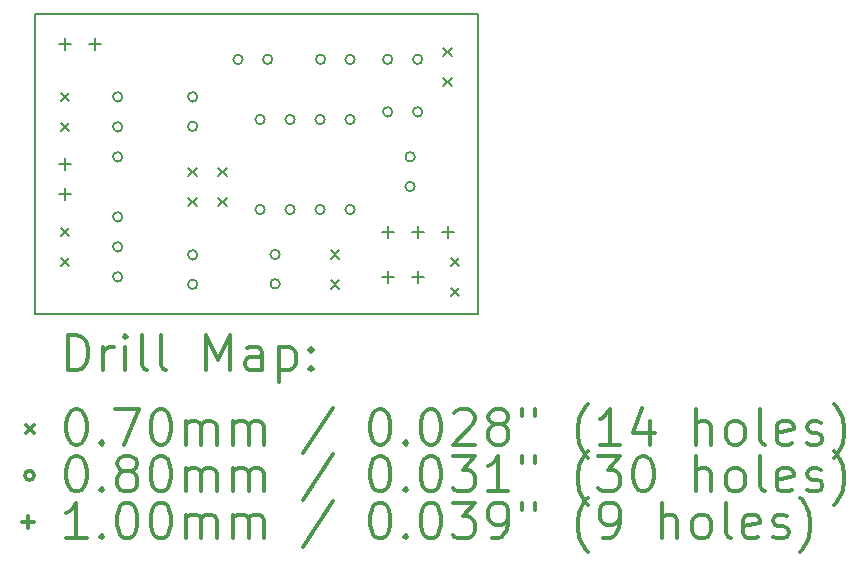
<source format=gbr>
%FSLAX45Y45*%
G04 Gerber Fmt 4.5, Leading zero omitted, Abs format (unit mm)*
G04 Created by KiCad (PCBNEW (5.0.2)-1) date 09/11/2019 14:29:26*
%MOMM*%
%LPD*%
G01*
G04 APERTURE LIST*
%ADD10C,0.150000*%
%ADD11C,0.200000*%
%ADD12C,0.300000*%
G04 APERTURE END LIST*
D10*
X13081000Y-7747000D02*
X13081000Y-10287000D01*
X16827500Y-7747000D02*
X13081000Y-7747000D01*
X16827500Y-10287000D02*
X16827500Y-7747000D01*
X13081000Y-10287000D02*
X16827500Y-10287000D01*
D11*
X16538500Y-8029500D02*
X16608500Y-8099500D01*
X16608500Y-8029500D02*
X16538500Y-8099500D01*
X16538500Y-8283500D02*
X16608500Y-8353500D01*
X16608500Y-8283500D02*
X16538500Y-8353500D01*
X16602000Y-9807500D02*
X16672000Y-9877500D01*
X16672000Y-9807500D02*
X16602000Y-9877500D01*
X16602000Y-10061500D02*
X16672000Y-10131500D01*
X16672000Y-10061500D02*
X16602000Y-10131500D01*
X15586000Y-9744000D02*
X15656000Y-9814000D01*
X15656000Y-9744000D02*
X15586000Y-9814000D01*
X15586000Y-9998000D02*
X15656000Y-10068000D01*
X15656000Y-9998000D02*
X15586000Y-10068000D01*
X14379500Y-9045500D02*
X14449500Y-9115500D01*
X14449500Y-9045500D02*
X14379500Y-9115500D01*
X14633500Y-9045500D02*
X14703500Y-9115500D01*
X14703500Y-9045500D02*
X14633500Y-9115500D01*
X14379500Y-9299500D02*
X14449500Y-9369500D01*
X14449500Y-9299500D02*
X14379500Y-9369500D01*
X14633500Y-9299500D02*
X14703500Y-9369500D01*
X14703500Y-9299500D02*
X14633500Y-9369500D01*
X13300000Y-9553500D02*
X13370000Y-9623500D01*
X13370000Y-9553500D02*
X13300000Y-9623500D01*
X13300000Y-9807500D02*
X13370000Y-9877500D01*
X13370000Y-9807500D02*
X13300000Y-9877500D01*
X13300000Y-8410500D02*
X13370000Y-8480500D01*
X13370000Y-8410500D02*
X13300000Y-8480500D01*
X13300000Y-8664500D02*
X13370000Y-8734500D01*
X13370000Y-8664500D02*
X13300000Y-8734500D01*
X16105500Y-8572500D02*
G75*
G03X16105500Y-8572500I-40000J0D01*
G01*
X16359500Y-8572500D02*
G75*
G03X16359500Y-8572500I-40000J0D01*
G01*
X16105500Y-8128000D02*
G75*
G03X16105500Y-8128000I-40000J0D01*
G01*
X16359500Y-8128000D02*
G75*
G03X16359500Y-8128000I-40000J0D01*
G01*
X13819500Y-9461500D02*
G75*
G03X13819500Y-9461500I-40000J0D01*
G01*
X13819500Y-9715500D02*
G75*
G03X13819500Y-9715500I-40000J0D01*
G01*
X13819500Y-9969500D02*
G75*
G03X13819500Y-9969500I-40000J0D01*
G01*
X13819500Y-8445500D02*
G75*
G03X13819500Y-8445500I-40000J0D01*
G01*
X13819500Y-8699500D02*
G75*
G03X13819500Y-8699500I-40000J0D01*
G01*
X13819500Y-8953500D02*
G75*
G03X13819500Y-8953500I-40000J0D01*
G01*
X15026000Y-8636000D02*
G75*
G03X15026000Y-8636000I-40000J0D01*
G01*
X15026000Y-9398000D02*
G75*
G03X15026000Y-9398000I-40000J0D01*
G01*
X15280000Y-8636000D02*
G75*
G03X15280000Y-8636000I-40000J0D01*
G01*
X15280000Y-9398000D02*
G75*
G03X15280000Y-9398000I-40000J0D01*
G01*
X15534000Y-8636000D02*
G75*
G03X15534000Y-8636000I-40000J0D01*
G01*
X15534000Y-9398000D02*
G75*
G03X15534000Y-9398000I-40000J0D01*
G01*
X15788000Y-8636000D02*
G75*
G03X15788000Y-8636000I-40000J0D01*
G01*
X15788000Y-9398000D02*
G75*
G03X15788000Y-9398000I-40000J0D01*
G01*
X14454500Y-9783000D02*
G75*
G03X14454500Y-9783000I-40000J0D01*
G01*
X14454500Y-10033000D02*
G75*
G03X14454500Y-10033000I-40000J0D01*
G01*
X14454500Y-8445500D02*
G75*
G03X14454500Y-8445500I-40000J0D01*
G01*
X14454500Y-8695500D02*
G75*
G03X14454500Y-8695500I-40000J0D01*
G01*
X15538000Y-8128000D02*
G75*
G03X15538000Y-8128000I-40000J0D01*
G01*
X15788000Y-8128000D02*
G75*
G03X15788000Y-8128000I-40000J0D01*
G01*
X15153000Y-9779000D02*
G75*
G03X15153000Y-9779000I-40000J0D01*
G01*
X15153000Y-10029000D02*
G75*
G03X15153000Y-10029000I-40000J0D01*
G01*
X16296000Y-8953500D02*
G75*
G03X16296000Y-8953500I-40000J0D01*
G01*
X16296000Y-9203500D02*
G75*
G03X16296000Y-9203500I-40000J0D01*
G01*
X14839500Y-8128000D02*
G75*
G03X14839500Y-8128000I-40000J0D01*
G01*
X15089500Y-8128000D02*
G75*
G03X15089500Y-8128000I-40000J0D01*
G01*
X13335000Y-7951000D02*
X13335000Y-8051000D01*
X13285000Y-8001000D02*
X13385000Y-8001000D01*
X13589000Y-7951000D02*
X13589000Y-8051000D01*
X13539000Y-8001000D02*
X13639000Y-8001000D01*
X13335000Y-8967000D02*
X13335000Y-9067000D01*
X13285000Y-9017000D02*
X13385000Y-9017000D01*
X13335000Y-9221000D02*
X13335000Y-9321000D01*
X13285000Y-9271000D02*
X13385000Y-9271000D01*
X16065500Y-9919500D02*
X16065500Y-10019500D01*
X16015500Y-9969500D02*
X16115500Y-9969500D01*
X16319500Y-9919500D02*
X16319500Y-10019500D01*
X16269500Y-9969500D02*
X16369500Y-9969500D01*
X16065500Y-9538500D02*
X16065500Y-9638500D01*
X16015500Y-9588500D02*
X16115500Y-9588500D01*
X16319500Y-9538500D02*
X16319500Y-9638500D01*
X16269500Y-9588500D02*
X16369500Y-9588500D01*
X16573500Y-9538500D02*
X16573500Y-9638500D01*
X16523500Y-9588500D02*
X16623500Y-9588500D01*
D12*
X13359928Y-10760214D02*
X13359928Y-10460214D01*
X13431357Y-10460214D01*
X13474214Y-10474500D01*
X13502786Y-10503072D01*
X13517071Y-10531643D01*
X13531357Y-10588786D01*
X13531357Y-10631643D01*
X13517071Y-10688786D01*
X13502786Y-10717357D01*
X13474214Y-10745929D01*
X13431357Y-10760214D01*
X13359928Y-10760214D01*
X13659928Y-10760214D02*
X13659928Y-10560214D01*
X13659928Y-10617357D02*
X13674214Y-10588786D01*
X13688500Y-10574500D01*
X13717071Y-10560214D01*
X13745643Y-10560214D01*
X13845643Y-10760214D02*
X13845643Y-10560214D01*
X13845643Y-10460214D02*
X13831357Y-10474500D01*
X13845643Y-10488786D01*
X13859928Y-10474500D01*
X13845643Y-10460214D01*
X13845643Y-10488786D01*
X14031357Y-10760214D02*
X14002786Y-10745929D01*
X13988500Y-10717357D01*
X13988500Y-10460214D01*
X14188500Y-10760214D02*
X14159928Y-10745929D01*
X14145643Y-10717357D01*
X14145643Y-10460214D01*
X14531357Y-10760214D02*
X14531357Y-10460214D01*
X14631357Y-10674500D01*
X14731357Y-10460214D01*
X14731357Y-10760214D01*
X15002786Y-10760214D02*
X15002786Y-10603072D01*
X14988500Y-10574500D01*
X14959928Y-10560214D01*
X14902786Y-10560214D01*
X14874214Y-10574500D01*
X15002786Y-10745929D02*
X14974214Y-10760214D01*
X14902786Y-10760214D01*
X14874214Y-10745929D01*
X14859928Y-10717357D01*
X14859928Y-10688786D01*
X14874214Y-10660214D01*
X14902786Y-10645929D01*
X14974214Y-10645929D01*
X15002786Y-10631643D01*
X15145643Y-10560214D02*
X15145643Y-10860214D01*
X15145643Y-10574500D02*
X15174214Y-10560214D01*
X15231357Y-10560214D01*
X15259928Y-10574500D01*
X15274214Y-10588786D01*
X15288500Y-10617357D01*
X15288500Y-10703072D01*
X15274214Y-10731643D01*
X15259928Y-10745929D01*
X15231357Y-10760214D01*
X15174214Y-10760214D01*
X15145643Y-10745929D01*
X15417071Y-10731643D02*
X15431357Y-10745929D01*
X15417071Y-10760214D01*
X15402786Y-10745929D01*
X15417071Y-10731643D01*
X15417071Y-10760214D01*
X15417071Y-10574500D02*
X15431357Y-10588786D01*
X15417071Y-10603072D01*
X15402786Y-10588786D01*
X15417071Y-10574500D01*
X15417071Y-10603072D01*
X13003500Y-11219500D02*
X13073500Y-11289500D01*
X13073500Y-11219500D02*
X13003500Y-11289500D01*
X13417071Y-11090214D02*
X13445643Y-11090214D01*
X13474214Y-11104500D01*
X13488500Y-11118786D01*
X13502786Y-11147357D01*
X13517071Y-11204500D01*
X13517071Y-11275929D01*
X13502786Y-11333071D01*
X13488500Y-11361643D01*
X13474214Y-11375929D01*
X13445643Y-11390214D01*
X13417071Y-11390214D01*
X13388500Y-11375929D01*
X13374214Y-11361643D01*
X13359928Y-11333071D01*
X13345643Y-11275929D01*
X13345643Y-11204500D01*
X13359928Y-11147357D01*
X13374214Y-11118786D01*
X13388500Y-11104500D01*
X13417071Y-11090214D01*
X13645643Y-11361643D02*
X13659928Y-11375929D01*
X13645643Y-11390214D01*
X13631357Y-11375929D01*
X13645643Y-11361643D01*
X13645643Y-11390214D01*
X13759928Y-11090214D02*
X13959928Y-11090214D01*
X13831357Y-11390214D01*
X14131357Y-11090214D02*
X14159928Y-11090214D01*
X14188500Y-11104500D01*
X14202786Y-11118786D01*
X14217071Y-11147357D01*
X14231357Y-11204500D01*
X14231357Y-11275929D01*
X14217071Y-11333071D01*
X14202786Y-11361643D01*
X14188500Y-11375929D01*
X14159928Y-11390214D01*
X14131357Y-11390214D01*
X14102786Y-11375929D01*
X14088500Y-11361643D01*
X14074214Y-11333071D01*
X14059928Y-11275929D01*
X14059928Y-11204500D01*
X14074214Y-11147357D01*
X14088500Y-11118786D01*
X14102786Y-11104500D01*
X14131357Y-11090214D01*
X14359928Y-11390214D02*
X14359928Y-11190214D01*
X14359928Y-11218786D02*
X14374214Y-11204500D01*
X14402786Y-11190214D01*
X14445643Y-11190214D01*
X14474214Y-11204500D01*
X14488500Y-11233071D01*
X14488500Y-11390214D01*
X14488500Y-11233071D02*
X14502786Y-11204500D01*
X14531357Y-11190214D01*
X14574214Y-11190214D01*
X14602786Y-11204500D01*
X14617071Y-11233071D01*
X14617071Y-11390214D01*
X14759928Y-11390214D02*
X14759928Y-11190214D01*
X14759928Y-11218786D02*
X14774214Y-11204500D01*
X14802786Y-11190214D01*
X14845643Y-11190214D01*
X14874214Y-11204500D01*
X14888500Y-11233071D01*
X14888500Y-11390214D01*
X14888500Y-11233071D02*
X14902786Y-11204500D01*
X14931357Y-11190214D01*
X14974214Y-11190214D01*
X15002786Y-11204500D01*
X15017071Y-11233071D01*
X15017071Y-11390214D01*
X15602786Y-11075929D02*
X15345643Y-11461643D01*
X15988500Y-11090214D02*
X16017071Y-11090214D01*
X16045643Y-11104500D01*
X16059928Y-11118786D01*
X16074214Y-11147357D01*
X16088500Y-11204500D01*
X16088500Y-11275929D01*
X16074214Y-11333071D01*
X16059928Y-11361643D01*
X16045643Y-11375929D01*
X16017071Y-11390214D01*
X15988500Y-11390214D01*
X15959928Y-11375929D01*
X15945643Y-11361643D01*
X15931357Y-11333071D01*
X15917071Y-11275929D01*
X15917071Y-11204500D01*
X15931357Y-11147357D01*
X15945643Y-11118786D01*
X15959928Y-11104500D01*
X15988500Y-11090214D01*
X16217071Y-11361643D02*
X16231357Y-11375929D01*
X16217071Y-11390214D01*
X16202786Y-11375929D01*
X16217071Y-11361643D01*
X16217071Y-11390214D01*
X16417071Y-11090214D02*
X16445643Y-11090214D01*
X16474214Y-11104500D01*
X16488500Y-11118786D01*
X16502786Y-11147357D01*
X16517071Y-11204500D01*
X16517071Y-11275929D01*
X16502786Y-11333071D01*
X16488500Y-11361643D01*
X16474214Y-11375929D01*
X16445643Y-11390214D01*
X16417071Y-11390214D01*
X16388500Y-11375929D01*
X16374214Y-11361643D01*
X16359928Y-11333071D01*
X16345643Y-11275929D01*
X16345643Y-11204500D01*
X16359928Y-11147357D01*
X16374214Y-11118786D01*
X16388500Y-11104500D01*
X16417071Y-11090214D01*
X16631357Y-11118786D02*
X16645643Y-11104500D01*
X16674214Y-11090214D01*
X16745643Y-11090214D01*
X16774214Y-11104500D01*
X16788500Y-11118786D01*
X16802786Y-11147357D01*
X16802786Y-11175929D01*
X16788500Y-11218786D01*
X16617071Y-11390214D01*
X16802786Y-11390214D01*
X16974214Y-11218786D02*
X16945643Y-11204500D01*
X16931357Y-11190214D01*
X16917071Y-11161643D01*
X16917071Y-11147357D01*
X16931357Y-11118786D01*
X16945643Y-11104500D01*
X16974214Y-11090214D01*
X17031357Y-11090214D01*
X17059928Y-11104500D01*
X17074214Y-11118786D01*
X17088500Y-11147357D01*
X17088500Y-11161643D01*
X17074214Y-11190214D01*
X17059928Y-11204500D01*
X17031357Y-11218786D01*
X16974214Y-11218786D01*
X16945643Y-11233071D01*
X16931357Y-11247357D01*
X16917071Y-11275929D01*
X16917071Y-11333071D01*
X16931357Y-11361643D01*
X16945643Y-11375929D01*
X16974214Y-11390214D01*
X17031357Y-11390214D01*
X17059928Y-11375929D01*
X17074214Y-11361643D01*
X17088500Y-11333071D01*
X17088500Y-11275929D01*
X17074214Y-11247357D01*
X17059928Y-11233071D01*
X17031357Y-11218786D01*
X17202786Y-11090214D02*
X17202786Y-11147357D01*
X17317071Y-11090214D02*
X17317071Y-11147357D01*
X17759928Y-11504500D02*
X17745643Y-11490214D01*
X17717071Y-11447357D01*
X17702786Y-11418786D01*
X17688500Y-11375929D01*
X17674214Y-11304500D01*
X17674214Y-11247357D01*
X17688500Y-11175929D01*
X17702786Y-11133072D01*
X17717071Y-11104500D01*
X17745643Y-11061643D01*
X17759928Y-11047357D01*
X18031357Y-11390214D02*
X17859928Y-11390214D01*
X17945643Y-11390214D02*
X17945643Y-11090214D01*
X17917071Y-11133072D01*
X17888500Y-11161643D01*
X17859928Y-11175929D01*
X18288500Y-11190214D02*
X18288500Y-11390214D01*
X18217071Y-11075929D02*
X18145643Y-11290214D01*
X18331357Y-11290214D01*
X18674214Y-11390214D02*
X18674214Y-11090214D01*
X18802786Y-11390214D02*
X18802786Y-11233071D01*
X18788500Y-11204500D01*
X18759928Y-11190214D01*
X18717071Y-11190214D01*
X18688500Y-11204500D01*
X18674214Y-11218786D01*
X18988500Y-11390214D02*
X18959928Y-11375929D01*
X18945643Y-11361643D01*
X18931357Y-11333071D01*
X18931357Y-11247357D01*
X18945643Y-11218786D01*
X18959928Y-11204500D01*
X18988500Y-11190214D01*
X19031357Y-11190214D01*
X19059928Y-11204500D01*
X19074214Y-11218786D01*
X19088500Y-11247357D01*
X19088500Y-11333071D01*
X19074214Y-11361643D01*
X19059928Y-11375929D01*
X19031357Y-11390214D01*
X18988500Y-11390214D01*
X19259928Y-11390214D02*
X19231357Y-11375929D01*
X19217071Y-11347357D01*
X19217071Y-11090214D01*
X19488500Y-11375929D02*
X19459928Y-11390214D01*
X19402786Y-11390214D01*
X19374214Y-11375929D01*
X19359928Y-11347357D01*
X19359928Y-11233071D01*
X19374214Y-11204500D01*
X19402786Y-11190214D01*
X19459928Y-11190214D01*
X19488500Y-11204500D01*
X19502786Y-11233071D01*
X19502786Y-11261643D01*
X19359928Y-11290214D01*
X19617071Y-11375929D02*
X19645643Y-11390214D01*
X19702786Y-11390214D01*
X19731357Y-11375929D01*
X19745643Y-11347357D01*
X19745643Y-11333071D01*
X19731357Y-11304500D01*
X19702786Y-11290214D01*
X19659928Y-11290214D01*
X19631357Y-11275929D01*
X19617071Y-11247357D01*
X19617071Y-11233071D01*
X19631357Y-11204500D01*
X19659928Y-11190214D01*
X19702786Y-11190214D01*
X19731357Y-11204500D01*
X19845643Y-11504500D02*
X19859928Y-11490214D01*
X19888500Y-11447357D01*
X19902786Y-11418786D01*
X19917071Y-11375929D01*
X19931357Y-11304500D01*
X19931357Y-11247357D01*
X19917071Y-11175929D01*
X19902786Y-11133072D01*
X19888500Y-11104500D01*
X19859928Y-11061643D01*
X19845643Y-11047357D01*
X13073500Y-11650500D02*
G75*
G03X13073500Y-11650500I-40000J0D01*
G01*
X13417071Y-11486214D02*
X13445643Y-11486214D01*
X13474214Y-11500500D01*
X13488500Y-11514786D01*
X13502786Y-11543357D01*
X13517071Y-11600500D01*
X13517071Y-11671929D01*
X13502786Y-11729071D01*
X13488500Y-11757643D01*
X13474214Y-11771929D01*
X13445643Y-11786214D01*
X13417071Y-11786214D01*
X13388500Y-11771929D01*
X13374214Y-11757643D01*
X13359928Y-11729071D01*
X13345643Y-11671929D01*
X13345643Y-11600500D01*
X13359928Y-11543357D01*
X13374214Y-11514786D01*
X13388500Y-11500500D01*
X13417071Y-11486214D01*
X13645643Y-11757643D02*
X13659928Y-11771929D01*
X13645643Y-11786214D01*
X13631357Y-11771929D01*
X13645643Y-11757643D01*
X13645643Y-11786214D01*
X13831357Y-11614786D02*
X13802786Y-11600500D01*
X13788500Y-11586214D01*
X13774214Y-11557643D01*
X13774214Y-11543357D01*
X13788500Y-11514786D01*
X13802786Y-11500500D01*
X13831357Y-11486214D01*
X13888500Y-11486214D01*
X13917071Y-11500500D01*
X13931357Y-11514786D01*
X13945643Y-11543357D01*
X13945643Y-11557643D01*
X13931357Y-11586214D01*
X13917071Y-11600500D01*
X13888500Y-11614786D01*
X13831357Y-11614786D01*
X13802786Y-11629071D01*
X13788500Y-11643357D01*
X13774214Y-11671929D01*
X13774214Y-11729071D01*
X13788500Y-11757643D01*
X13802786Y-11771929D01*
X13831357Y-11786214D01*
X13888500Y-11786214D01*
X13917071Y-11771929D01*
X13931357Y-11757643D01*
X13945643Y-11729071D01*
X13945643Y-11671929D01*
X13931357Y-11643357D01*
X13917071Y-11629071D01*
X13888500Y-11614786D01*
X14131357Y-11486214D02*
X14159928Y-11486214D01*
X14188500Y-11500500D01*
X14202786Y-11514786D01*
X14217071Y-11543357D01*
X14231357Y-11600500D01*
X14231357Y-11671929D01*
X14217071Y-11729071D01*
X14202786Y-11757643D01*
X14188500Y-11771929D01*
X14159928Y-11786214D01*
X14131357Y-11786214D01*
X14102786Y-11771929D01*
X14088500Y-11757643D01*
X14074214Y-11729071D01*
X14059928Y-11671929D01*
X14059928Y-11600500D01*
X14074214Y-11543357D01*
X14088500Y-11514786D01*
X14102786Y-11500500D01*
X14131357Y-11486214D01*
X14359928Y-11786214D02*
X14359928Y-11586214D01*
X14359928Y-11614786D02*
X14374214Y-11600500D01*
X14402786Y-11586214D01*
X14445643Y-11586214D01*
X14474214Y-11600500D01*
X14488500Y-11629071D01*
X14488500Y-11786214D01*
X14488500Y-11629071D02*
X14502786Y-11600500D01*
X14531357Y-11586214D01*
X14574214Y-11586214D01*
X14602786Y-11600500D01*
X14617071Y-11629071D01*
X14617071Y-11786214D01*
X14759928Y-11786214D02*
X14759928Y-11586214D01*
X14759928Y-11614786D02*
X14774214Y-11600500D01*
X14802786Y-11586214D01*
X14845643Y-11586214D01*
X14874214Y-11600500D01*
X14888500Y-11629071D01*
X14888500Y-11786214D01*
X14888500Y-11629071D02*
X14902786Y-11600500D01*
X14931357Y-11586214D01*
X14974214Y-11586214D01*
X15002786Y-11600500D01*
X15017071Y-11629071D01*
X15017071Y-11786214D01*
X15602786Y-11471929D02*
X15345643Y-11857643D01*
X15988500Y-11486214D02*
X16017071Y-11486214D01*
X16045643Y-11500500D01*
X16059928Y-11514786D01*
X16074214Y-11543357D01*
X16088500Y-11600500D01*
X16088500Y-11671929D01*
X16074214Y-11729071D01*
X16059928Y-11757643D01*
X16045643Y-11771929D01*
X16017071Y-11786214D01*
X15988500Y-11786214D01*
X15959928Y-11771929D01*
X15945643Y-11757643D01*
X15931357Y-11729071D01*
X15917071Y-11671929D01*
X15917071Y-11600500D01*
X15931357Y-11543357D01*
X15945643Y-11514786D01*
X15959928Y-11500500D01*
X15988500Y-11486214D01*
X16217071Y-11757643D02*
X16231357Y-11771929D01*
X16217071Y-11786214D01*
X16202786Y-11771929D01*
X16217071Y-11757643D01*
X16217071Y-11786214D01*
X16417071Y-11486214D02*
X16445643Y-11486214D01*
X16474214Y-11500500D01*
X16488500Y-11514786D01*
X16502786Y-11543357D01*
X16517071Y-11600500D01*
X16517071Y-11671929D01*
X16502786Y-11729071D01*
X16488500Y-11757643D01*
X16474214Y-11771929D01*
X16445643Y-11786214D01*
X16417071Y-11786214D01*
X16388500Y-11771929D01*
X16374214Y-11757643D01*
X16359928Y-11729071D01*
X16345643Y-11671929D01*
X16345643Y-11600500D01*
X16359928Y-11543357D01*
X16374214Y-11514786D01*
X16388500Y-11500500D01*
X16417071Y-11486214D01*
X16617071Y-11486214D02*
X16802786Y-11486214D01*
X16702786Y-11600500D01*
X16745643Y-11600500D01*
X16774214Y-11614786D01*
X16788500Y-11629071D01*
X16802786Y-11657643D01*
X16802786Y-11729071D01*
X16788500Y-11757643D01*
X16774214Y-11771929D01*
X16745643Y-11786214D01*
X16659928Y-11786214D01*
X16631357Y-11771929D01*
X16617071Y-11757643D01*
X17088500Y-11786214D02*
X16917071Y-11786214D01*
X17002786Y-11786214D02*
X17002786Y-11486214D01*
X16974214Y-11529071D01*
X16945643Y-11557643D01*
X16917071Y-11571929D01*
X17202786Y-11486214D02*
X17202786Y-11543357D01*
X17317071Y-11486214D02*
X17317071Y-11543357D01*
X17759928Y-11900500D02*
X17745643Y-11886214D01*
X17717071Y-11843357D01*
X17702786Y-11814786D01*
X17688500Y-11771929D01*
X17674214Y-11700500D01*
X17674214Y-11643357D01*
X17688500Y-11571929D01*
X17702786Y-11529071D01*
X17717071Y-11500500D01*
X17745643Y-11457643D01*
X17759928Y-11443357D01*
X17845643Y-11486214D02*
X18031357Y-11486214D01*
X17931357Y-11600500D01*
X17974214Y-11600500D01*
X18002786Y-11614786D01*
X18017071Y-11629071D01*
X18031357Y-11657643D01*
X18031357Y-11729071D01*
X18017071Y-11757643D01*
X18002786Y-11771929D01*
X17974214Y-11786214D01*
X17888500Y-11786214D01*
X17859928Y-11771929D01*
X17845643Y-11757643D01*
X18217071Y-11486214D02*
X18245643Y-11486214D01*
X18274214Y-11500500D01*
X18288500Y-11514786D01*
X18302786Y-11543357D01*
X18317071Y-11600500D01*
X18317071Y-11671929D01*
X18302786Y-11729071D01*
X18288500Y-11757643D01*
X18274214Y-11771929D01*
X18245643Y-11786214D01*
X18217071Y-11786214D01*
X18188500Y-11771929D01*
X18174214Y-11757643D01*
X18159928Y-11729071D01*
X18145643Y-11671929D01*
X18145643Y-11600500D01*
X18159928Y-11543357D01*
X18174214Y-11514786D01*
X18188500Y-11500500D01*
X18217071Y-11486214D01*
X18674214Y-11786214D02*
X18674214Y-11486214D01*
X18802786Y-11786214D02*
X18802786Y-11629071D01*
X18788500Y-11600500D01*
X18759928Y-11586214D01*
X18717071Y-11586214D01*
X18688500Y-11600500D01*
X18674214Y-11614786D01*
X18988500Y-11786214D02*
X18959928Y-11771929D01*
X18945643Y-11757643D01*
X18931357Y-11729071D01*
X18931357Y-11643357D01*
X18945643Y-11614786D01*
X18959928Y-11600500D01*
X18988500Y-11586214D01*
X19031357Y-11586214D01*
X19059928Y-11600500D01*
X19074214Y-11614786D01*
X19088500Y-11643357D01*
X19088500Y-11729071D01*
X19074214Y-11757643D01*
X19059928Y-11771929D01*
X19031357Y-11786214D01*
X18988500Y-11786214D01*
X19259928Y-11786214D02*
X19231357Y-11771929D01*
X19217071Y-11743357D01*
X19217071Y-11486214D01*
X19488500Y-11771929D02*
X19459928Y-11786214D01*
X19402786Y-11786214D01*
X19374214Y-11771929D01*
X19359928Y-11743357D01*
X19359928Y-11629071D01*
X19374214Y-11600500D01*
X19402786Y-11586214D01*
X19459928Y-11586214D01*
X19488500Y-11600500D01*
X19502786Y-11629071D01*
X19502786Y-11657643D01*
X19359928Y-11686214D01*
X19617071Y-11771929D02*
X19645643Y-11786214D01*
X19702786Y-11786214D01*
X19731357Y-11771929D01*
X19745643Y-11743357D01*
X19745643Y-11729071D01*
X19731357Y-11700500D01*
X19702786Y-11686214D01*
X19659928Y-11686214D01*
X19631357Y-11671929D01*
X19617071Y-11643357D01*
X19617071Y-11629071D01*
X19631357Y-11600500D01*
X19659928Y-11586214D01*
X19702786Y-11586214D01*
X19731357Y-11600500D01*
X19845643Y-11900500D02*
X19859928Y-11886214D01*
X19888500Y-11843357D01*
X19902786Y-11814786D01*
X19917071Y-11771929D01*
X19931357Y-11700500D01*
X19931357Y-11643357D01*
X19917071Y-11571929D01*
X19902786Y-11529071D01*
X19888500Y-11500500D01*
X19859928Y-11457643D01*
X19845643Y-11443357D01*
X13023500Y-11996500D02*
X13023500Y-12096500D01*
X12973500Y-12046500D02*
X13073500Y-12046500D01*
X13517071Y-12182214D02*
X13345643Y-12182214D01*
X13431357Y-12182214D02*
X13431357Y-11882214D01*
X13402786Y-11925071D01*
X13374214Y-11953643D01*
X13345643Y-11967929D01*
X13645643Y-12153643D02*
X13659928Y-12167929D01*
X13645643Y-12182214D01*
X13631357Y-12167929D01*
X13645643Y-12153643D01*
X13645643Y-12182214D01*
X13845643Y-11882214D02*
X13874214Y-11882214D01*
X13902786Y-11896500D01*
X13917071Y-11910786D01*
X13931357Y-11939357D01*
X13945643Y-11996500D01*
X13945643Y-12067929D01*
X13931357Y-12125071D01*
X13917071Y-12153643D01*
X13902786Y-12167929D01*
X13874214Y-12182214D01*
X13845643Y-12182214D01*
X13817071Y-12167929D01*
X13802786Y-12153643D01*
X13788500Y-12125071D01*
X13774214Y-12067929D01*
X13774214Y-11996500D01*
X13788500Y-11939357D01*
X13802786Y-11910786D01*
X13817071Y-11896500D01*
X13845643Y-11882214D01*
X14131357Y-11882214D02*
X14159928Y-11882214D01*
X14188500Y-11896500D01*
X14202786Y-11910786D01*
X14217071Y-11939357D01*
X14231357Y-11996500D01*
X14231357Y-12067929D01*
X14217071Y-12125071D01*
X14202786Y-12153643D01*
X14188500Y-12167929D01*
X14159928Y-12182214D01*
X14131357Y-12182214D01*
X14102786Y-12167929D01*
X14088500Y-12153643D01*
X14074214Y-12125071D01*
X14059928Y-12067929D01*
X14059928Y-11996500D01*
X14074214Y-11939357D01*
X14088500Y-11910786D01*
X14102786Y-11896500D01*
X14131357Y-11882214D01*
X14359928Y-12182214D02*
X14359928Y-11982214D01*
X14359928Y-12010786D02*
X14374214Y-11996500D01*
X14402786Y-11982214D01*
X14445643Y-11982214D01*
X14474214Y-11996500D01*
X14488500Y-12025071D01*
X14488500Y-12182214D01*
X14488500Y-12025071D02*
X14502786Y-11996500D01*
X14531357Y-11982214D01*
X14574214Y-11982214D01*
X14602786Y-11996500D01*
X14617071Y-12025071D01*
X14617071Y-12182214D01*
X14759928Y-12182214D02*
X14759928Y-11982214D01*
X14759928Y-12010786D02*
X14774214Y-11996500D01*
X14802786Y-11982214D01*
X14845643Y-11982214D01*
X14874214Y-11996500D01*
X14888500Y-12025071D01*
X14888500Y-12182214D01*
X14888500Y-12025071D02*
X14902786Y-11996500D01*
X14931357Y-11982214D01*
X14974214Y-11982214D01*
X15002786Y-11996500D01*
X15017071Y-12025071D01*
X15017071Y-12182214D01*
X15602786Y-11867929D02*
X15345643Y-12253643D01*
X15988500Y-11882214D02*
X16017071Y-11882214D01*
X16045643Y-11896500D01*
X16059928Y-11910786D01*
X16074214Y-11939357D01*
X16088500Y-11996500D01*
X16088500Y-12067929D01*
X16074214Y-12125071D01*
X16059928Y-12153643D01*
X16045643Y-12167929D01*
X16017071Y-12182214D01*
X15988500Y-12182214D01*
X15959928Y-12167929D01*
X15945643Y-12153643D01*
X15931357Y-12125071D01*
X15917071Y-12067929D01*
X15917071Y-11996500D01*
X15931357Y-11939357D01*
X15945643Y-11910786D01*
X15959928Y-11896500D01*
X15988500Y-11882214D01*
X16217071Y-12153643D02*
X16231357Y-12167929D01*
X16217071Y-12182214D01*
X16202786Y-12167929D01*
X16217071Y-12153643D01*
X16217071Y-12182214D01*
X16417071Y-11882214D02*
X16445643Y-11882214D01*
X16474214Y-11896500D01*
X16488500Y-11910786D01*
X16502786Y-11939357D01*
X16517071Y-11996500D01*
X16517071Y-12067929D01*
X16502786Y-12125071D01*
X16488500Y-12153643D01*
X16474214Y-12167929D01*
X16445643Y-12182214D01*
X16417071Y-12182214D01*
X16388500Y-12167929D01*
X16374214Y-12153643D01*
X16359928Y-12125071D01*
X16345643Y-12067929D01*
X16345643Y-11996500D01*
X16359928Y-11939357D01*
X16374214Y-11910786D01*
X16388500Y-11896500D01*
X16417071Y-11882214D01*
X16617071Y-11882214D02*
X16802786Y-11882214D01*
X16702786Y-11996500D01*
X16745643Y-11996500D01*
X16774214Y-12010786D01*
X16788500Y-12025071D01*
X16802786Y-12053643D01*
X16802786Y-12125071D01*
X16788500Y-12153643D01*
X16774214Y-12167929D01*
X16745643Y-12182214D01*
X16659928Y-12182214D01*
X16631357Y-12167929D01*
X16617071Y-12153643D01*
X16945643Y-12182214D02*
X17002786Y-12182214D01*
X17031357Y-12167929D01*
X17045643Y-12153643D01*
X17074214Y-12110786D01*
X17088500Y-12053643D01*
X17088500Y-11939357D01*
X17074214Y-11910786D01*
X17059928Y-11896500D01*
X17031357Y-11882214D01*
X16974214Y-11882214D01*
X16945643Y-11896500D01*
X16931357Y-11910786D01*
X16917071Y-11939357D01*
X16917071Y-12010786D01*
X16931357Y-12039357D01*
X16945643Y-12053643D01*
X16974214Y-12067929D01*
X17031357Y-12067929D01*
X17059928Y-12053643D01*
X17074214Y-12039357D01*
X17088500Y-12010786D01*
X17202786Y-11882214D02*
X17202786Y-11939357D01*
X17317071Y-11882214D02*
X17317071Y-11939357D01*
X17759928Y-12296500D02*
X17745643Y-12282214D01*
X17717071Y-12239357D01*
X17702786Y-12210786D01*
X17688500Y-12167929D01*
X17674214Y-12096500D01*
X17674214Y-12039357D01*
X17688500Y-11967929D01*
X17702786Y-11925071D01*
X17717071Y-11896500D01*
X17745643Y-11853643D01*
X17759928Y-11839357D01*
X17888500Y-12182214D02*
X17945643Y-12182214D01*
X17974214Y-12167929D01*
X17988500Y-12153643D01*
X18017071Y-12110786D01*
X18031357Y-12053643D01*
X18031357Y-11939357D01*
X18017071Y-11910786D01*
X18002786Y-11896500D01*
X17974214Y-11882214D01*
X17917071Y-11882214D01*
X17888500Y-11896500D01*
X17874214Y-11910786D01*
X17859928Y-11939357D01*
X17859928Y-12010786D01*
X17874214Y-12039357D01*
X17888500Y-12053643D01*
X17917071Y-12067929D01*
X17974214Y-12067929D01*
X18002786Y-12053643D01*
X18017071Y-12039357D01*
X18031357Y-12010786D01*
X18388500Y-12182214D02*
X18388500Y-11882214D01*
X18517071Y-12182214D02*
X18517071Y-12025071D01*
X18502786Y-11996500D01*
X18474214Y-11982214D01*
X18431357Y-11982214D01*
X18402786Y-11996500D01*
X18388500Y-12010786D01*
X18702786Y-12182214D02*
X18674214Y-12167929D01*
X18659928Y-12153643D01*
X18645643Y-12125071D01*
X18645643Y-12039357D01*
X18659928Y-12010786D01*
X18674214Y-11996500D01*
X18702786Y-11982214D01*
X18745643Y-11982214D01*
X18774214Y-11996500D01*
X18788500Y-12010786D01*
X18802786Y-12039357D01*
X18802786Y-12125071D01*
X18788500Y-12153643D01*
X18774214Y-12167929D01*
X18745643Y-12182214D01*
X18702786Y-12182214D01*
X18974214Y-12182214D02*
X18945643Y-12167929D01*
X18931357Y-12139357D01*
X18931357Y-11882214D01*
X19202786Y-12167929D02*
X19174214Y-12182214D01*
X19117071Y-12182214D01*
X19088500Y-12167929D01*
X19074214Y-12139357D01*
X19074214Y-12025071D01*
X19088500Y-11996500D01*
X19117071Y-11982214D01*
X19174214Y-11982214D01*
X19202786Y-11996500D01*
X19217071Y-12025071D01*
X19217071Y-12053643D01*
X19074214Y-12082214D01*
X19331357Y-12167929D02*
X19359928Y-12182214D01*
X19417071Y-12182214D01*
X19445643Y-12167929D01*
X19459928Y-12139357D01*
X19459928Y-12125071D01*
X19445643Y-12096500D01*
X19417071Y-12082214D01*
X19374214Y-12082214D01*
X19345643Y-12067929D01*
X19331357Y-12039357D01*
X19331357Y-12025071D01*
X19345643Y-11996500D01*
X19374214Y-11982214D01*
X19417071Y-11982214D01*
X19445643Y-11996500D01*
X19559928Y-12296500D02*
X19574214Y-12282214D01*
X19602786Y-12239357D01*
X19617071Y-12210786D01*
X19631357Y-12167929D01*
X19645643Y-12096500D01*
X19645643Y-12039357D01*
X19631357Y-11967929D01*
X19617071Y-11925071D01*
X19602786Y-11896500D01*
X19574214Y-11853643D01*
X19559928Y-11839357D01*
M02*

</source>
